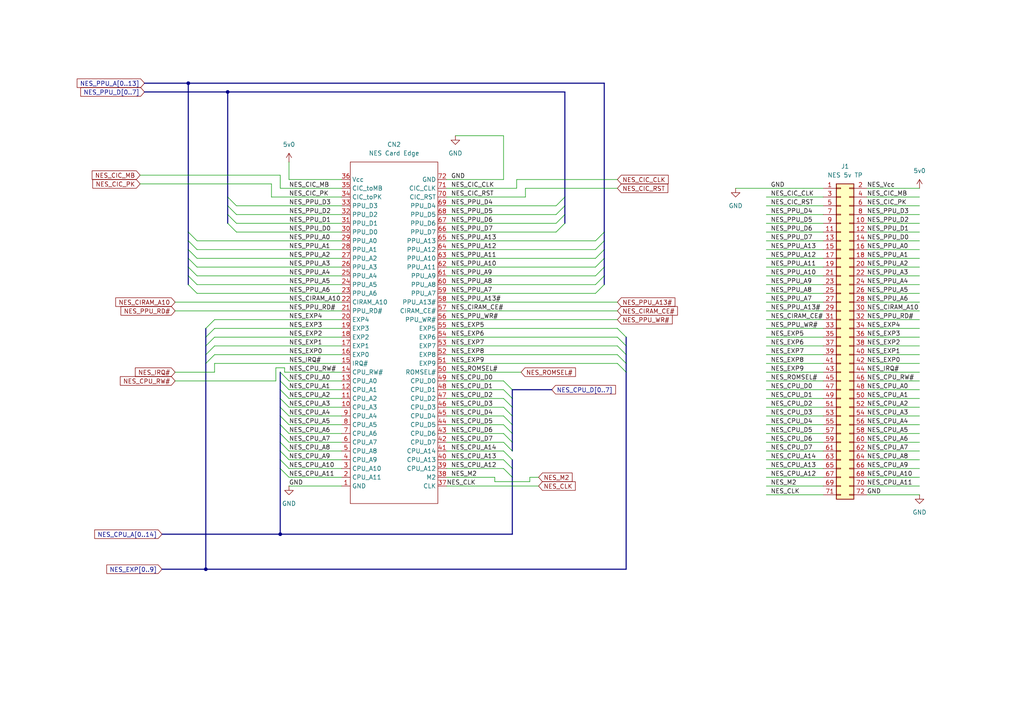
<source format=kicad_sch>
(kicad_sch (version 20231120) (generator "eeschema") (generator_version "8.0")
  (paper "A4")
  (lib_symbols
    (symbol "Connector_Generic:Conn_02x36_Odd_Even" (pin_names (offset 1.016) hide)
      (property "Reference" "J" (at 1.27 45.72 0))
      (property "Value" "Conn_02x36_Odd_Even" (at 1.27 -48.26 0))
      (symbol "Conn_02x36_Odd_Even_1_1"
        (rectangle (start -1.27 -45.593) (end 0 -45.847) (stroke (width 0.1524)))
        (rectangle (start -1.27 -43.053) (end 0 -43.307) (stroke (width 0.1524)))
        (rectangle (start -1.27 -40.513) (end 0 -40.767) (stroke (width 0.1524)))
        (rectangle (start -1.27 -37.973) (end 0 -38.227) (stroke (width 0.1524)))
        (rectangle (start -1.27 -35.433) (end 0 -35.687) (stroke (width 0.1524)))
        (rectangle (start -1.27 -32.893) (end 0 -33.147) (stroke (width 0.1524)))
        (rectangle (start -1.27 -30.353) (end 0 -30.607) (stroke (width 0.1524)))
        (rectangle (start -1.27 -27.813) (end 0 -28.067) (stroke (width 0.1524)))
        (rectangle (start -1.27 -25.273) (end 0 -25.527) (stroke (width 0.1524)))
        (rectangle (start -1.27 -22.733) (end 0 -22.987) (stroke (width 0.1524)))
        (rectangle (start -1.27 -20.193) (end 0 -20.447) (stroke (width 0.1524)))
        (rectangle (start -1.27 -17.653) (end 0 -17.907) (stroke (width 0.1524)))
        (rectangle (start -1.27 -15.113) (end 0 -15.367) (stroke (width 0.1524)))
        (rectangle (start -1.27 -12.573) (end 0 -12.827) (stroke (width 0.1524)))
        (rectangle (start -1.27 -10.033) (end 0 -10.287) (stroke (width 0.1524)))
        (rectangle (start -1.27 -7.493) (end 0 -7.747) (stroke (width 0.1524)))
        (rectangle (start -1.27 -4.953) (end 0 -5.207) (stroke (width 0.1524)))
        (rectangle (start -1.27 -2.413) (end 0 -2.667) (stroke (width 0.1524)))
        (rectangle (start -1.27 0.127) (end 0 -0.127) (stroke (width 0.1524)))
        (rectangle (start -1.27 2.667) (end 0 2.413) (stroke (width 0.1524)))
        (rectangle (start -1.27 5.207) (end 0 4.953) (stroke (width 0.1524)))
        (rectangle (start -1.27 7.747) (end 0 7.493) (stroke (width 0.1524)))
        (rectangle (start -1.27 10.287) (end 0 10.033) (stroke (width 0.1524)))
        (rectangle (start -1.27 12.827) (end 0 12.573) (stroke (width 0.1524)))
        (rectangle (start -1.27 15.367) (end 0 15.113) (stroke (width 0.1524)))
        (rectangle (start -1.27 17.907) (end 0 17.653) (stroke (width 0.1524)))
        (rectangle (start -1.27 20.447) (end 0 20.193) (stroke (width 0.1524)))
        (rectangle (start -1.27 22.987) (end 0 22.733) (stroke (width 0.1524)))
        (rectangle (start -1.27 25.527) (end 0 25.273) (stroke (width 0.1524)))
        (rectangle (start -1.27 28.067) (end 0 27.813) (stroke (width 0.1524)))
        (rectangle (start -1.27 30.607) (end 0 30.353) (stroke (width 0.1524)))
        (rectangle (start -1.27 33.147) (end 0 32.893) (stroke (width 0.1524)))
        (rectangle (start -1.27 35.687) (end 0 35.433) (stroke (width 0.1524)))
        (rectangle (start -1.27 38.227) (end 0 37.973) (stroke (width 0.1524)))
        (rectangle (start -1.27 40.767) (end 0 40.513) (stroke (width 0.1524)))
        (rectangle (start -1.27 43.307) (end 0 43.053) (stroke (width 0.1524)))
        (rectangle (start -1.27 44.45) (end 3.81 -46.99) (stroke (width 0.254)) (fill (type background)))
        (rectangle (start 3.81 -45.593) (end 2.54 -45.847) (stroke (width 0.1524)))
        (rectangle (start 3.81 -43.053) (end 2.54 -43.307) (stroke (width 0.1524)))
        (rectangle (start 3.81 -40.513) (end 2.54 -40.767) (stroke (width 0.1524)))
        (rectangle (start 3.81 -37.973) (end 2.54 -38.227) (stroke (width 0.1524)))
        (rectangle (start 3.81 -35.433) (end 2.54 -35.687) (stroke (width 0.1524)))
        (rectangle (start 3.81 -32.893) (end 2.54 -33.147) (stroke (width 0.1524)))
        (rectangle (start 3.81 -30.353) (end 2.54 -30.607) (stroke (width 0.1524)))
        (rectangle (start 3.81 -27.813) (end 2.54 -28.067) (stroke (width 0.1524)))
        (rectangle (start 3.81 -25.273) (end 2.54 -25.527) (stroke (width 0.1524)))
        (rectangle (start 3.81 -22.733) (end 2.54 -22.987) (stroke (width 0.1524)))
        (rectangle (start 3.81 -20.193) (end 2.54 -20.447) (stroke (width 0.1524)))
        (rectangle (start 3.81 -17.653) (end 2.54 -17.907) (stroke (width 0.1524)))
        (rectangle (start 3.81 -15.113) (end 2.54 -15.367) (stroke (width 0.1524)))
        (rectangle (start 3.81 -12.573) (end 2.54 -12.827) (stroke (width 0.1524)))
        (rectangle (start 3.81 -10.033) (end 2.54 -10.287) (stroke (width 0.1524)))
        (rectangle (start 3.81 -7.493) (end 2.54 -7.747) (stroke (width 0.1524)))
        (rectangle (start 3.81 -4.953) (end 2.54 -5.207) (stroke (width 0.1524)))
        (rectangle (start 3.81 -2.413) (end 2.54 -2.667) (stroke (width 0.1524)))
        (rectangle (start 3.81 0.127) (end 2.54 -0.127) (stroke (width 0.1524)))
        (rectangle (start 3.81 2.667) (end 2.54 2.413) (stroke (width 0.1524)))
        (rectangle (start 3.81 5.207) (end 2.54 4.953) (stroke (width 0.1524)))
        (rectangle (start 3.81 7.747) (end 2.54 7.493) (stroke (width 0.1524)))
        (rectangle (start 3.81 10.287) (end 2.54 10.033) (stroke (width 0.1524)))
        (rectangle (start 3.81 12.827) (end 2.54 12.573) (stroke (width 0.1524)))
        (rectangle (start 3.81 15.367) (end 2.54 15.113) (stroke (width 0.1524)))
        (rectangle (start 3.81 17.907) (end 2.54 17.653) (stroke (width 0.1524)))
        (rectangle (start 3.81 20.447) (end 2.54 20.193) (stroke (width 0.1524)))
        (rectangle (start 3.81 22.987) (end 2.54 22.733) (stroke (width 0.1524)))
        (rectangle (start 3.81 25.527) (end 2.54 25.273) (stroke (width 0.1524)))
        (rectangle (start 3.81 28.067) (end 2.54 27.813) (stroke (width 0.1524)))
        (rectangle (start 3.81 30.607) (end 2.54 30.353) (stroke (width 0.1524)))
        (rectangle (start 3.81 33.147) (end 2.54 32.893) (stroke (width 0.1524)))
        (rectangle (start 3.81 35.687) (end 2.54 35.433) (stroke (width 0.1524)))
        (rectangle (start 3.81 38.227) (end 2.54 37.973) (stroke (width 0.1524)))
        (rectangle (start 3.81 40.767) (end 2.54 40.513) (stroke (width 0.1524)))
        (rectangle (start 3.81 43.307) (end 2.54 43.053) (stroke (width 0.1524)))
        (pin passive line (at -5.08 43.18 0) (length 3.81) (name "Pin_1") (number "1"))
        (pin passive line (at 7.62 33.02 180) (length 3.81) (name "Pin_10") (number "10"))
        (pin passive line (at -5.08 30.48 0) (length 3.81) (name "Pin_11") (number "11"))
        (pin passive line (at 7.62 30.48 180) (length 3.81) (name "Pin_12") (number "12"))
        (pin passive line (at -5.08 27.94 0) (length 3.81) (name "Pin_13") (number "13"))
        (pin passive line (at 7.62 27.94 180) (length 3.81) (name "Pin_14") (number "14"))
        (pin passive line (at -5.08 25.4 0) (length 3.81) (name "Pin_15") (number "15"))
        (pin passive line (at 7.62 25.4 180) (length 3.81) (name "Pin_16") (number "16"))
        (pin passive line (at -5.08 22.86 0) (length 3.81) (name "Pin_17") (number "17"))
        (pin passive line (at 7.62 22.86 180) (length 3.81) (name "Pin_18") (number "18"))
        (pin passive line (at -5.08 20.32 0) (length 3.81) (name "Pin_19") (number "19"))
        (pin passive line (at 7.62 43.18 180) (length 3.81) (name "Pin_2") (number "2"))
        (pin passive line (at 7.62 20.32 180) (length 3.81) (name "Pin_20") (number "20"))
        (pin passive line (at -5.08 17.78 0) (length 3.81) (name "Pin_21") (number "21"))
        (pin passive line (at 7.62 17.78 180) (length 3.81) (name "Pin_22") (number "22"))
        (pin passive line (at -5.08 15.24 0) (length 3.81) (name "Pin_23") (number "23"))
        (pin passive line (at 7.62 15.24 180) (length 3.81) (name "Pin_24") (number "24"))
        (pin passive line (at -5.08 12.7 0) (length 3.81) (name "Pin_25") (number "25"))
        (pin passive line (at 7.62 12.7 180) (length 3.81) (name "Pin_26") (number "26"))
        (pin passive line (at -5.08 10.16 0) (length 3.81) (name "Pin_27") (number "27"))
        (pin passive line (at 7.62 10.16 180) (length 3.81) (name "Pin_28") (number "28"))
        (pin passive line (at -5.08 7.62 0) (length 3.81) (name "Pin_29") (number "29"))
        (pin passive line (at -5.08 40.64 0) (length 3.81) (name "Pin_3") (number "3"))
        (pin passive line (at 7.62 7.62 180) (length 3.81) (name "Pin_30") (number "30"))
        (pin passive line (at -5.08 5.08 0) (length 3.81) (name "Pin_31") (number "31"))
        (pin passive line (at 7.62 5.08 180) (length 3.81) (name "Pin_32") (number "32"))
        (pin passive line (at -5.08 2.54 0) (length 3.81) (name "Pin_33") (number "33"))
        (pin passive line (at 7.62 2.54 180) (length 3.81) (name "Pin_34") (number "34"))
        (pin passive line (at -5.08 0 0) (length 3.81) (name "Pin_35") (number "35"))
        (pin passive line (at 7.62 0 180) (length 3.81) (name "Pin_36") (number "36"))
        (pin passive line (at -5.08 -2.54 0) (length 3.81) (name "Pin_37") (number "37"))
        (pin passive line (at 7.62 -2.54 180) (length 3.81) (name "Pin_38") (number "38"))
        (pin passive line (at -5.08 -5.08 0) (length 3.81) (name "Pin_39") (number "39"))
        (pin passive line (at 7.62 40.64 180) (length 3.81) (name "Pin_4") (number "4"))
        (pin passive line (at 7.62 -5.08 180) (length 3.81) (name "Pin_40") (number "40"))
        (pin passive line (at -5.08 -7.62 0) (length 3.81) (name "Pin_41") (number "41"))
        (pin passive line (at 7.62 -7.62 180) (length 3.81) (name "Pin_42") (number "42"))
        (pin passive line (at -5.08 -10.16 0) (length 3.81) (name "Pin_43") (number "43"))
        (pin passive line (at 7.62 -10.16 180) (length 3.81) (name "Pin_44") (number "44"))
        (pin passive line (at -5.08 -12.7 0) (length 3.81) (name "Pin_45") (number "45"))
        (pin passive line (at 7.62 -12.7 180) (length 3.81) (name "Pin_46") (number "46"))
        (pin passive line (at -5.08 -15.24 0) (length 3.81) (name "Pin_47") (number "47"))
        (pin passive line (at 7.62 -15.24 180) (length 3.81) (name "Pin_48") (number "48"))
        (pin passive line (at -5.08 -17.78 0) (length 3.81) (name "Pin_49") (number "49"))
        (pin passive line (at -5.08 38.1 0) (length 3.81) (name "Pin_5") (number "5"))
        (pin passive line (at 7.62 -17.78 180) (length 3.81) (name "Pin_50") (number "50"))
        (pin passive line (at -5.08 -20.32 0) (length 3.81) (name "Pin_51") (number "51"))
        (pin passive line (at 7.62 -20.32 180) (length 3.81) (name "Pin_52") (number "52"))
        (pin passive line (at -5.08 -22.86 0) (length 3.81) (name "Pin_53") (number "53"))
        (pin passive line (at 7.62 -22.86 180) (length 3.81) (name "Pin_54") (number "54"))
        (pin passive line (at -5.08 -25.4 0) (length 3.81) (name "Pin_55") (number "55"))
        (pin passive line (at 7.62 -25.4 180) (length 3.81) (name "Pin_56") (number "56"))
        (pin passive line (at -5.08 -27.94 0) (length 3.81) (name "Pin_57") (number "57"))
        (pin passive line (at 7.62 -27.94 180) (length 3.81) (name "Pin_58") (number "58"))
        (pin passive line (at -5.08 -30.48 0) (length 3.81) (name "Pin_59") (number "59"))
        (pin passive line (at 7.62 38.1 180) (length 3.81) (name "Pin_6") (number "6"))
        (pin passive line (at 7.62 -30.48 180) (length 3.81) (name "Pin_60") (number "60"))
        (pin passive line (at -5.08 -33.02 0) (length 3.81) (name "Pin_61") (number "61"))
        (pin passive line (at 7.62 -33.02 180) (length 3.81) (name "Pin_62") (number "62"))
        (pin passive line (at -5.08 -35.56 0) (length 3.81) (name "Pin_63") (number "63"))
        (pin passive line (at 7.62 -35.56 180) (length 3.81) (name "Pin_64") (number "64"))
        (pin passive line (at -5.08 -38.1 0) (length 3.81) (name "Pin_65") (number "65"))
        (pin passive line (at 7.62 -38.1 180) (length 3.81) (name "Pin_66") (number "66"))
        (pin passive line (at -5.08 -40.64 0) (length 3.81) (name "Pin_67") (number "67"))
        (pin passive line (at 7.62 -40.64 180) (length 3.81) (name "Pin_68") (number "68"))
        (pin passive line (at -5.08 -43.18 0) (length 3.81) (name "Pin_69") (number "69"))
        (pin passive line (at -5.08 35.56 0) (length 3.81) (name "Pin_7") (number "7"))
        (pin passive line (at 7.62 -43.18 180) (length 3.81) (name "Pin_70") (number "70"))
        (pin passive line (at -5.08 -45.72 0) (length 3.81) (name "Pin_71") (number "71"))
        (pin passive line (at 7.62 -45.72 180) (length 3.81) (name "Pin_72") (number "72"))
        (pin passive line (at 7.62 35.56 180) (length 3.81) (name "Pin_8") (number "8"))
        (pin passive line (at -5.08 33.02 0) (length 3.81) (name "Pin_9") (number "9"))
      )
    )
    (symbol "Personal_Library:NES_Card_Edge"
      (property "Reference" "CN" (at -0.254 52.324 0))
      (property "Value" "NES Card Edge" (at 0.254 49.276 0))
      (symbol "NES_Card_Edge_0_1"
        (rectangle (start -12.7 50.8) (end 12.7 -48.26))
      )
      (symbol "NES_Card_Edge_1_1"
        (pin power_out line (at -15.24 -43.18 0) (length 2.54) (name "GND") (number "1"))
        (pin output line (at -15.24 -20.32 0) (length 2.54) (name "CPU_A3") (number "10"))
        (pin output line (at -15.24 -17.78 0) (length 2.54) (name "CPU_A2") (number "11"))
        (pin output line (at -15.24 -15.24 0) (length 2.54) (name "CPU_A1") (number "12"))
        (pin output line (at -15.24 -12.7 0) (length 2.54) (name "CPU_A0") (number "13"))
        (pin output line (at -15.24 -10.16 0) (length 2.54) (name "CPU_RW#") (number "14"))
        (pin input line (at -15.24 -7.62 0) (length 2.54) (name "IRQ#") (number "15"))
        (pin bidirectional line (at -15.24 -5.08 0) (length 2.54) (name "EXP0") (number "16"))
        (pin bidirectional line (at -15.24 -2.54 0) (length 2.54) (name "EXP1") (number "17"))
        (pin bidirectional line (at -15.24 0 0) (length 2.54) (name "EXP2") (number "18"))
        (pin bidirectional line (at -15.24 2.54 0) (length 2.54) (name "EXP3") (number "19"))
        (pin output line (at -15.24 -40.64 0) (length 2.54) (name "CPU_A11") (number "2"))
        (pin bidirectional line (at -15.24 5.08 0) (length 2.54) (name "EXP4") (number "20"))
        (pin output line (at -15.24 7.62 0) (length 2.54) (name "PPU_RD#") (number "21"))
        (pin input line (at -15.24 10.16 0) (length 2.54) (name "CIRAM_A10") (number "22"))
        (pin output line (at -15.24 12.7 0) (length 2.54) (name "PPU_A6") (number "23"))
        (pin output line (at -15.24 15.24 0) (length 2.54) (name "PPU_A5") (number "24"))
        (pin output line (at -15.24 17.78 0) (length 2.54) (name "PPU_A4") (number "25"))
        (pin output line (at -15.24 20.32 0) (length 2.54) (name "PPU_A3") (number "26"))
        (pin output line (at -15.24 22.86 0) (length 2.54) (name "PPU_A2") (number "27"))
        (pin output line (at -15.24 25.4 0) (length 2.54) (name "PPU_A1") (number "28"))
        (pin output line (at -15.24 27.94 0) (length 2.54) (name "PPU_A0") (number "29"))
        (pin output line (at -15.24 -38.1 0) (length 2.54) (name "CPU_A10") (number "3"))
        (pin bidirectional line (at -15.24 30.48 0) (length 2.54) (name "PPU_D0") (number "30"))
        (pin bidirectional line (at -15.24 33.02 0) (length 2.54) (name "PPU_D1") (number "31"))
        (pin bidirectional line (at -15.24 35.56 0) (length 2.54) (name "PPU_D2") (number "32"))
        (pin bidirectional line (at -15.24 38.1 0) (length 2.54) (name "PPU_D3") (number "33"))
        (pin output line (at -15.24 40.64 0) (length 2.54) (name "CIC_toPK") (number "34"))
        (pin input line (at -15.24 43.18 0) (length 2.54) (name "CIC_toMB") (number "35"))
        (pin power_out line (at -15.24 45.72 0) (length 2.54) (name "Vcc") (number "36"))
        (pin output line (at 15.24 -43.18 180) (length 2.54) (name "CLK") (number "37"))
        (pin output line (at 15.24 -40.64 180) (length 2.54) (name "M2") (number "38"))
        (pin output line (at 15.24 -38.1 180) (length 2.54) (name "CPU_A12") (number "39"))
        (pin output line (at -15.24 -35.56 0) (length 2.54) (name "CPU_A9") (number "4"))
        (pin output line (at 15.24 -35.56 180) (length 2.54) (name "CPU_A13") (number "40"))
        (pin output line (at 15.24 -33.02 180) (length 2.54) (name "CPU_A14") (number "41"))
        (pin bidirectional line (at 15.24 -30.48 180) (length 2.54) (name "CPU_D7") (number "42"))
        (pin bidirectional line (at 15.24 -27.94 180) (length 2.54) (name "CPU_D6") (number "43"))
        (pin bidirectional line (at 15.24 -25.4 180) (length 2.54) (name "CPU_D5") (number "44"))
        (pin bidirectional line (at 15.24 -22.86 180) (length 2.54) (name "CPU_D4") (number "45"))
        (pin bidirectional line (at 15.24 -20.32 180) (length 2.54) (name "CPU_D3") (number "46"))
        (pin bidirectional line (at 15.24 -17.78 180) (length 2.54) (name "CPU_D2") (number "47"))
        (pin bidirectional line (at 15.24 -15.24 180) (length 2.54) (name "CPU_D1") (number "48"))
        (pin bidirectional line (at 15.24 -12.7 180) (length 2.54) (name "CPU_D0") (number "49"))
        (pin output line (at -15.24 -33.02 0) (length 2.54) (name "CPU_A8") (number "5"))
        (pin output line (at 15.24 -10.16 180) (length 2.54) (name "ROMSEL#") (number "50"))
        (pin bidirectional line (at 15.24 -7.62 180) (length 2.54) (name "EXP9") (number "51"))
        (pin bidirectional line (at 15.24 -5.08 180) (length 2.54) (name "EXP8") (number "52"))
        (pin bidirectional line (at 15.24 -2.54 180) (length 2.54) (name "EXP7") (number "53"))
        (pin bidirectional line (at 15.24 0 180) (length 2.54) (name "EXP6") (number "54"))
        (pin bidirectional line (at 15.24 2.54 180) (length 2.54) (name "EXP5") (number "55"))
        (pin output line (at 15.24 5.08 180) (length 2.54) (name "PPU_WR#") (number "56"))
        (pin output line (at 15.24 7.62 180) (length 2.54) (name "CIRAM_CE#") (number "57"))
        (pin output line (at 15.24 10.16 180) (length 2.54) (name "PPU_A13#") (number "58"))
        (pin output line (at 15.24 12.7 180) (length 2.54) (name "PPU_A7") (number "59"))
        (pin output line (at -15.24 -30.48 0) (length 2.54) (name "CPU_A7") (number "6"))
        (pin output line (at 15.24 15.24 180) (length 2.54) (name "PPU_A8") (number "60"))
        (pin output line (at 15.24 17.78 180) (length 2.54) (name "PPU_A9") (number "61"))
        (pin output line (at 15.24 20.32 180) (length 2.54) (name "PPU_A11") (number "62"))
        (pin output line (at 15.24 22.86 180) (length 2.54) (name "PPU_A10") (number "63"))
        (pin output line (at 15.24 25.4 180) (length 2.54) (name "PPU_A12") (number "64"))
        (pin output line (at 15.24 27.94 180) (length 2.54) (name "PPU_A13") (number "65"))
        (pin bidirectional line (at 15.24 30.48 180) (length 2.54) (name "PPU_D7") (number "66"))
        (pin bidirectional line (at 15.24 33.02 180) (length 2.54) (name "PPU_D6") (number "67"))
        (pin bidirectional line (at 15.24 35.56 180) (length 2.54) (name "PPU_D5") (number "68"))
        (pin bidirectional line (at 15.24 38.1 180) (length 2.54) (name "PPU_D4") (number "69"))
        (pin output line (at -15.24 -27.94 0) (length 2.54) (name "CPU_A6") (number "7"))
        (pin output line (at 15.24 40.64 180) (length 2.54) (name "CIC_RST") (number "70"))
        (pin output line (at 15.24 43.18 180) (length 2.54) (name "CIC_CLK") (number "71"))
        (pin power_out line (at 15.24 45.72 180) (length 2.54) (name "GND") (number "72"))
        (pin output line (at -15.24 -25.4 0) (length 2.54) (name "CPU_A5") (number "8"))
        (pin output line (at -15.24 -22.86 0) (length 2.54) (name "CPU_A4") (number "9"))
      )
    )
    (symbol "power:GND" (power) (pin_numbers hide) (pin_names (offset 0) hide)
      (property "Value" "GND" (at 0 -3.81 0))
      (symbol "GND_0_1"
        (polyline (pts (xy 0 0) (xy 0 -1.27) (xy 1.27 -1.27) (xy 0 -2.54) (xy -1.27 -1.27) (xy 0 -1.27)))
      )
      (symbol "GND_1_1"
        (pin power_in line (at 0 0 270) (length 0) (name "~") (number "1"))
      )
    )
    (symbol "power:VCC" (power) (pin_numbers hide) (pin_names (offset 0) hide)
      (property "Value" "VCC" (at 0 3.556 0))
      (symbol "VCC_0_1"
        (polyline (pts (xy -0.762 1.27) (xy 0 2.54)))
        (polyline (pts (xy 0 0) (xy 0 2.54)))
        (polyline (pts (xy 0 2.54) (xy 0.762 1.27)))
      )
      (symbol "VCC_1_1"
        (pin power_in line (at 0 0 90) (length 0) (name "~") (number "1"))
      )
    )
  )
  (junction (at 81.28 154.94))
  (junction (at 66.04 26.67))
  (junction (at 59.69 165.1))
  (junction (at 54.61 24.13))
  (bus_entry (at 181.61 102.87) (size -2.54 -2.54))
  (bus_entry (at 66.04 57.15) (size 2.54 2.54))
  (bus_entry (at 81.28 118.11) (size 2.54 2.54))
  (bus_entry (at 81.28 128.27) (size 2.54 2.54))
  (bus_entry (at 81.28 125.73) (size 2.54 2.54))
  (bus_entry (at 161.29 67.31) (size 2.54 -2.54))
  (bus_entry (at 146.05 130.81) (size 2.54 2.54))
  (bus_entry (at 81.28 123.19) (size 2.54 2.54))
  (bus_entry (at 146.05 125.73) (size 2.54 2.54))
  (bus_entry (at 81.28 130.81) (size 2.54 2.54))
  (bus_entry (at 172.72 85.09) (size 2.54 -2.54))
  (bus_entry (at 81.28 107.95) (size 2.54 2.54))
  (bus_entry (at 161.29 64.77) (size 2.54 -2.54))
  (bus_entry (at 181.61 107.95) (size -2.54 -2.54))
  (bus_entry (at 181.61 105.41) (size -2.54 -2.54))
  (bus_entry (at 172.72 77.47) (size 2.54 -2.54))
  (bus_entry (at 59.69 105.41) (size 2.54 -2.54))
  (bus_entry (at 59.69 97.79) (size 2.54 -2.54))
  (bus_entry (at 54.61 80.01) (size 2.54 2.54))
  (bus_entry (at 146.05 115.57) (size 2.54 2.54))
  (bus_entry (at 146.05 110.49) (size 2.54 2.54))
  (bus_entry (at 181.61 100.33) (size -2.54 -2.54))
  (bus_entry (at 81.28 135.89) (size 2.54 2.54))
  (bus_entry (at 59.69 95.25) (size 2.54 -2.54))
  (bus_entry (at 172.72 72.39) (size 2.54 -2.54))
  (bus_entry (at 172.72 82.55) (size 2.54 -2.54))
  (bus_entry (at 146.05 133.35) (size 2.54 2.54))
  (bus_entry (at 54.61 82.55) (size 2.54 2.54))
  (bus_entry (at 66.04 62.23) (size 2.54 2.54))
  (bus_entry (at 54.61 69.85) (size 2.54 2.54))
  (bus_entry (at 54.61 77.47) (size 2.54 2.54))
  (bus_entry (at 54.61 67.31) (size 2.54 2.54))
  (bus_entry (at 146.05 135.89) (size 2.54 2.54))
  (bus_entry (at 66.04 59.69) (size 2.54 2.54))
  (bus_entry (at 172.72 80.01) (size 2.54 -2.54))
  (bus_entry (at 146.05 128.27) (size 2.54 2.54))
  (bus_entry (at 81.28 113.03) (size 2.54 2.54))
  (bus_entry (at 59.69 102.87) (size 2.54 -2.54))
  (bus_entry (at 54.61 74.93) (size 2.54 2.54))
  (bus_entry (at 161.29 62.23) (size 2.54 -2.54))
  (bus_entry (at 81.28 133.35) (size 2.54 2.54))
  (bus_entry (at 81.28 120.65) (size 2.54 2.54))
  (bus_entry (at 146.05 113.03) (size 2.54 2.54))
  (bus_entry (at 59.69 100.33) (size 2.54 -2.54))
  (bus_entry (at 146.05 118.11) (size 2.54 2.54))
  (bus_entry (at 172.72 69.85) (size 2.54 -2.54))
  (bus_entry (at 81.28 110.49) (size 2.54 2.54))
  (bus_entry (at 81.28 115.57) (size 2.54 2.54))
  (bus_entry (at 172.72 74.93) (size 2.54 -2.54))
  (bus_entry (at 181.61 97.79) (size -2.54 -2.54))
  (bus_entry (at 54.61 72.39) (size 2.54 2.54))
  (bus_entry (at 161.29 59.69) (size 2.54 -2.54))
  (bus_entry (at 66.04 64.77) (size 2.54 2.54))
  (bus_entry (at 146.05 120.65) (size 2.54 2.54))
  (bus_entry (at 146.05 123.19) (size 2.54 2.54))
  (wire (pts (xy 83.82 110.49) (xy 99.06 110.49)))
  (bus (pts (xy 81.28 115.57) (xy 81.28 113.03)))
  (wire (pts (xy 251.46 102.87) (xy 266.7 102.87)))
  (bus (pts (xy 59.69 105.41) (xy 59.69 165.1)))
  (wire (pts (xy 83.82 52.07) (xy 99.06 52.07)))
  (bus (pts (xy 181.61 102.87) (xy 181.61 105.41)))
  (wire (pts (xy 251.46 80.01) (xy 266.7 80.01)))
  (wire (pts (xy 50.8 90.17) (xy 99.06 90.17)))
  (wire (pts (xy 57.15 85.09) (xy 99.06 85.09)))
  (wire (pts (xy 83.82 46.99) (xy 83.82 52.07)))
  (wire (pts (xy 143.51 139.7) (xy 153.67 139.7)))
  (wire (pts (xy 222.25 59.69) (xy 238.76 59.69)))
  (wire (pts (xy 222.25 62.23) (xy 238.76 62.23)))
  (wire (pts (xy 251.46 140.97) (xy 266.7 140.97)))
  (wire (pts (xy 62.23 107.95) (xy 62.23 105.41)))
  (bus (pts (xy 59.69 97.79) (xy 59.69 100.33)))
  (bus (pts (xy 163.83 59.69) (xy 163.83 57.15)))
  (wire (pts (xy 251.46 113.03) (xy 266.7 113.03)))
  (wire (pts (xy 251.46 143.51) (xy 266.7 143.51)))
  (wire (pts (xy 57.15 82.55) (xy 99.06 82.55)))
  (wire (pts (xy 222.25 95.25) (xy 238.76 95.25)))
  (wire (pts (xy 222.25 102.87) (xy 238.76 102.87)))
  (wire (pts (xy 129.54 115.57) (xy 146.05 115.57)))
  (wire (pts (xy 82.55 107.95) (xy 99.06 107.95)))
  (bus (pts (xy 46.99 165.1) (xy 59.69 165.1)))
  (wire (pts (xy 251.46 64.77) (xy 266.7 64.77)))
  (wire (pts (xy 129.54 64.77) (xy 161.29 64.77)))
  (wire (pts (xy 80.01 106.68) (xy 80.01 110.49)))
  (bus (pts (xy 66.04 59.69) (xy 66.04 62.23)))
  (wire (pts (xy 62.23 97.79) (xy 99.06 97.79)))
  (wire (pts (xy 251.46 74.93) (xy 266.7 74.93)))
  (wire (pts (xy 146.05 39.37) (xy 132.08 39.37)))
  (bus (pts (xy 181.61 107.95) (xy 181.61 165.1)))
  (bus (pts (xy 59.69 95.25) (xy 59.69 97.79)))
  (wire (pts (xy 222.25 74.93) (xy 238.76 74.93)))
  (wire (pts (xy 50.8 107.95) (xy 62.23 107.95)))
  (bus (pts (xy 81.28 113.03) (xy 81.28 110.49)))
  (wire (pts (xy 251.46 77.47) (xy 266.7 77.47)))
  (wire (pts (xy 222.25 133.35) (xy 238.76 133.35)))
  (wire (pts (xy 83.82 130.81) (xy 99.06 130.81)))
  (wire (pts (xy 251.46 97.79) (xy 266.7 97.79)))
  (wire (pts (xy 222.25 90.17) (xy 238.76 90.17)))
  (wire (pts (xy 251.46 125.73) (xy 266.7 125.73)))
  (bus (pts (xy 81.28 128.27) (xy 81.28 125.73)))
  (wire (pts (xy 222.25 123.19) (xy 238.76 123.19)))
  (wire (pts (xy 129.54 67.31) (xy 161.29 67.31)))
  (wire (pts (xy 129.54 120.65) (xy 146.05 120.65)))
  (bus (pts (xy 81.28 118.11) (xy 81.28 115.57)))
  (wire (pts (xy 251.46 133.35) (xy 266.7 133.35)))
  (bus (pts (xy 81.28 135.89) (xy 81.28 133.35)))
  (bus (pts (xy 148.59 113.03) (xy 160.02 113.03)))
  (wire (pts (xy 129.54 138.43) (xy 143.51 138.43)))
  (bus (pts (xy 148.59 138.43) (xy 148.59 154.94)))
  (wire (pts (xy 129.54 74.93) (xy 172.72 74.93)))
  (wire (pts (xy 129.54 102.87) (xy 179.07 102.87)))
  (wire (pts (xy 129.54 72.39) (xy 172.72 72.39)))
  (wire (pts (xy 129.54 59.69) (xy 161.29 59.69)))
  (wire (pts (xy 222.25 100.33) (xy 238.76 100.33)))
  (bus (pts (xy 81.28 130.81) (xy 81.28 128.27)))
  (wire (pts (xy 222.25 67.31) (xy 238.76 67.31)))
  (wire (pts (xy 129.54 100.33) (xy 179.07 100.33)))
  (wire (pts (xy 129.54 82.55) (xy 172.72 82.55)))
  (wire (pts (xy 222.25 97.79) (xy 238.76 97.79)))
  (wire (pts (xy 40.64 50.8) (xy 81.28 50.8)))
  (wire (pts (xy 81.28 54.61) (xy 99.06 54.61)))
  (wire (pts (xy 129.54 54.61) (xy 149.86 54.61)))
  (bus (pts (xy 81.28 133.35) (xy 81.28 130.81)))
  (wire (pts (xy 251.46 85.09) (xy 266.7 85.09)))
  (wire (pts (xy 129.54 125.73) (xy 146.05 125.73)))
  (wire (pts (xy 83.82 123.19) (xy 99.06 123.19)))
  (bus (pts (xy 175.26 67.31) (xy 175.26 24.13)))
  (wire (pts (xy 251.46 107.95) (xy 266.7 107.95)))
  (wire (pts (xy 62.23 102.87) (xy 99.06 102.87)))
  (wire (pts (xy 50.8 87.63) (xy 99.06 87.63)))
  (wire (pts (xy 251.46 135.89) (xy 266.7 135.89)))
  (bus (pts (xy 66.04 57.15) (xy 66.04 59.69)))
  (bus (pts (xy 66.04 26.67) (xy 66.04 57.15)))
  (wire (pts (xy 129.54 130.81) (xy 146.05 130.81)))
  (wire (pts (xy 83.82 140.97) (xy 99.06 140.97)))
  (wire (pts (xy 222.25 72.39) (xy 238.76 72.39)))
  (wire (pts (xy 222.25 69.85) (xy 238.76 69.85)))
  (wire (pts (xy 251.46 57.15) (xy 266.7 57.15)))
  (wire (pts (xy 62.23 92.71) (xy 99.06 92.71)))
  (wire (pts (xy 83.82 128.27) (xy 99.06 128.27)))
  (bus (pts (xy 41.91 24.13) (xy 54.61 24.13)))
  (wire (pts (xy 251.46 59.69) (xy 266.7 59.69)))
  (wire (pts (xy 153.67 138.43) (xy 156.21 138.43)))
  (wire (pts (xy 251.46 130.81) (xy 266.7 130.81)))
  (wire (pts (xy 222.25 64.77) (xy 238.76 64.77)))
  (wire (pts (xy 83.82 125.73) (xy 99.06 125.73)))
  (wire (pts (xy 222.25 135.89) (xy 238.76 135.89)))
  (wire (pts (xy 222.25 57.15) (xy 238.76 57.15)))
  (wire (pts (xy 129.54 123.19) (xy 146.05 123.19)))
  (wire (pts (xy 251.46 67.31) (xy 266.7 67.31)))
  (bus (pts (xy 148.59 135.89) (xy 148.59 138.43)))
  (wire (pts (xy 129.54 95.25) (xy 179.07 95.25)))
  (wire (pts (xy 143.51 138.43) (xy 143.51 139.7)))
  (wire (pts (xy 57.15 80.01) (xy 99.06 80.01)))
  (bus (pts (xy 66.04 62.23) (xy 66.04 64.77)))
  (wire (pts (xy 213.36 54.61) (xy 238.76 54.61)))
  (bus (pts (xy 175.26 72.39) (xy 175.26 69.85)))
  (wire (pts (xy 129.54 85.09) (xy 172.72 85.09)))
  (wire (pts (xy 83.82 120.65) (xy 99.06 120.65)))
  (wire (pts (xy 68.58 62.23) (xy 99.06 62.23)))
  (wire (pts (xy 129.54 57.15) (xy 152.4 57.15)))
  (wire (pts (xy 129.54 92.71) (xy 179.07 92.71)))
  (bus (pts (xy 148.59 118.11) (xy 148.59 115.57)))
  (bus (pts (xy 54.61 80.01) (xy 54.61 82.55)))
  (wire (pts (xy 62.23 95.25) (xy 99.06 95.25)))
  (wire (pts (xy 129.54 135.89) (xy 146.05 135.89)))
  (wire (pts (xy 129.54 52.07) (xy 146.05 52.07)))
  (wire (pts (xy 78.74 57.15) (xy 78.74 53.34)))
  (wire (pts (xy 251.46 138.43) (xy 266.7 138.43)))
  (wire (pts (xy 129.54 113.03) (xy 146.05 113.03)))
  (wire (pts (xy 222.25 110.49) (xy 238.76 110.49)))
  (bus (pts (xy 181.61 100.33) (xy 181.61 102.87)))
  (wire (pts (xy 222.25 77.47) (xy 238.76 77.47)))
  (wire (pts (xy 82.55 107.95) (xy 82.55 106.68)))
  (wire (pts (xy 83.82 138.43) (xy 99.06 138.43)))
  (wire (pts (xy 83.82 133.35) (xy 99.06 133.35)))
  (wire (pts (xy 81.28 54.61) (xy 81.28 50.8)))
  (bus (pts (xy 148.59 120.65) (xy 148.59 118.11)))
  (wire (pts (xy 251.46 69.85) (xy 266.7 69.85)))
  (wire (pts (xy 251.46 110.49) (xy 266.7 110.49)))
  (wire (pts (xy 251.46 82.55) (xy 266.7 82.55)))
  (wire (pts (xy 222.25 140.97) (xy 238.76 140.97)))
  (wire (pts (xy 222.25 80.01) (xy 238.76 80.01)))
  (wire (pts (xy 222.25 113.03) (xy 238.76 113.03)))
  (bus (pts (xy 59.69 165.1) (xy 181.61 165.1)))
  (bus (pts (xy 81.28 120.65) (xy 81.28 118.11)))
  (wire (pts (xy 251.46 92.71) (xy 266.7 92.71)))
  (wire (pts (xy 251.46 120.65) (xy 266.7 120.65)))
  (bus (pts (xy 41.91 26.67) (xy 66.04 26.67)))
  (wire (pts (xy 50.8 110.49) (xy 80.01 110.49)))
  (wire (pts (xy 222.25 143.51) (xy 238.76 143.51)))
  (bus (pts (xy 54.61 67.31) (xy 54.61 69.85)))
  (bus (pts (xy 148.59 128.27) (xy 148.59 125.73)))
  (wire (pts (xy 57.15 69.85) (xy 99.06 69.85)))
  (wire (pts (xy 222.25 115.57) (xy 238.76 115.57)))
  (wire (pts (xy 251.46 128.27) (xy 266.7 128.27)))
  (bus (pts (xy 148.59 154.94) (xy 81.28 154.94)))
  (wire (pts (xy 222.25 128.27) (xy 238.76 128.27)))
  (wire (pts (xy 129.54 133.35) (xy 146.05 133.35)))
  (wire (pts (xy 222.25 105.41) (xy 238.76 105.41)))
  (bus (pts (xy 54.61 69.85) (xy 54.61 72.39)))
  (bus (pts (xy 175.26 77.47) (xy 175.26 74.93)))
  (wire (pts (xy 68.58 67.31) (xy 99.06 67.31)))
  (wire (pts (xy 129.54 118.11) (xy 146.05 118.11)))
  (bus (pts (xy 163.83 57.15) (xy 163.83 26.67)))
  (bus (pts (xy 46.99 154.94) (xy 81.28 154.94)))
  (wire (pts (xy 152.4 57.15) (xy 152.4 54.61)))
  (wire (pts (xy 68.58 64.77) (xy 99.06 64.77)))
  (wire (pts (xy 68.58 59.69) (xy 99.06 59.69)))
  (wire (pts (xy 62.23 105.41) (xy 99.06 105.41)))
  (wire (pts (xy 40.64 53.34) (xy 78.74 53.34)))
  (wire (pts (xy 129.54 107.95) (xy 151.13 107.95)))
  (wire (pts (xy 83.82 135.89) (xy 99.06 135.89)))
  (wire (pts (xy 222.25 82.55) (xy 238.76 82.55)))
  (bus (pts (xy 148.59 115.57) (xy 148.59 113.03)))
  (wire (pts (xy 251.46 87.63) (xy 266.7 87.63)))
  (wire (pts (xy 83.82 115.57) (xy 99.06 115.57)))
  (wire (pts (xy 129.54 110.49) (xy 146.05 110.49)))
  (wire (pts (xy 251.46 105.41) (xy 266.7 105.41)))
  (wire (pts (xy 222.25 87.63) (xy 238.76 87.63)))
  (wire (pts (xy 251.46 54.61) (xy 266.7 54.61)))
  (wire (pts (xy 222.25 118.11) (xy 238.76 118.11)))
  (bus (pts (xy 81.28 110.49) (xy 81.28 107.95)))
  (wire (pts (xy 129.54 62.23) (xy 161.29 62.23)))
  (wire (pts (xy 129.54 80.01) (xy 172.72 80.01)))
  (wire (pts (xy 153.67 139.7) (xy 153.67 138.43)))
  (wire (pts (xy 251.46 72.39) (xy 266.7 72.39)))
  (wire (pts (xy 129.54 77.47) (xy 172.72 77.47)))
  (wire (pts (xy 222.25 125.73) (xy 238.76 125.73)))
  (bus (pts (xy 81.28 154.94) (xy 81.28 135.89)))
  (wire (pts (xy 146.05 52.07) (xy 146.05 39.37)))
  (bus (pts (xy 175.26 69.85) (xy 175.26 67.31)))
  (bus (pts (xy 181.61 97.79) (xy 181.61 100.33)))
  (wire (pts (xy 129.54 69.85) (xy 172.72 69.85)))
  (bus (pts (xy 54.61 77.47) (xy 54.61 80.01)))
  (wire (pts (xy 57.15 74.93) (xy 99.06 74.93)))
  (bus (pts (xy 148.59 125.73) (xy 148.59 123.19)))
  (wire (pts (xy 129.54 87.63) (xy 179.07 87.63)))
  (wire (pts (xy 251.46 95.25) (xy 266.7 95.25)))
  (bus (pts (xy 163.83 62.23) (xy 163.83 59.69)))
  (wire (pts (xy 149.86 54.61) (xy 149.86 52.07)))
  (bus (pts (xy 175.26 82.55) (xy 175.26 80.01)))
  (wire (pts (xy 83.82 113.03) (xy 99.06 113.03)))
  (wire (pts (xy 222.25 107.95) (xy 238.76 107.95)))
  (wire (pts (xy 251.46 118.11) (xy 266.7 118.11)))
  (bus (pts (xy 54.61 72.39) (xy 54.61 74.93)))
  (wire (pts (xy 57.15 72.39) (xy 99.06 72.39)))
  (wire (pts (xy 222.25 138.43) (xy 238.76 138.43)))
  (wire (pts (xy 129.54 90.17) (xy 179.07 90.17)))
  (wire (pts (xy 80.01 106.68) (xy 82.55 106.68)))
  (wire (pts (xy 129.54 128.27) (xy 146.05 128.27)))
  (wire (pts (xy 222.25 120.65) (xy 238.76 120.65)))
  (wire (pts (xy 149.86 52.07) (xy 179.07 52.07)))
  (wire (pts (xy 222.25 85.09) (xy 238.76 85.09)))
  (bus (pts (xy 81.28 123.19) (xy 81.28 120.65)))
  (wire (pts (xy 152.4 54.61) (xy 179.07 54.61)))
  (wire (pts (xy 222.25 130.81) (xy 238.76 130.81)))
  (wire (pts (xy 251.46 62.23) (xy 266.7 62.23)))
  (wire (pts (xy 78.74 57.15) (xy 99.06 57.15)))
  (wire (pts (xy 222.25 92.71) (xy 238.76 92.71)))
  (bus (pts (xy 54.61 74.93) (xy 54.61 77.47)))
  (bus (pts (xy 59.69 100.33) (xy 59.69 102.87)))
  (wire (pts (xy 129.54 97.79) (xy 179.07 97.79)))
  (bus (pts (xy 181.61 105.41) (xy 181.61 107.95)))
  (bus (pts (xy 81.28 125.73) (xy 81.28 123.19)))
  (bus (pts (xy 148.59 123.19) (xy 148.59 120.65)))
  (bus (pts (xy 59.69 102.87) (xy 59.69 105.41)))
  (wire (pts (xy 251.46 115.57) (xy 266.7 115.57)))
  (wire (pts (xy 62.23 100.33) (xy 99.06 100.33)))
  (bus (pts (xy 54.61 24.13) (xy 54.61 67.31)))
  (bus (pts (xy 148.59 130.81) (xy 148.59 128.27)))
  (wire (pts (xy 251.46 123.19) (xy 266.7 123.19)))
  (wire (pts (xy 251.46 100.33) (xy 266.7 100.33)))
  (bus (pts (xy 163.83 64.77) (xy 163.83 62.23)))
  (bus (pts (xy 175.26 74.93) (xy 175.26 72.39)))
  (bus (pts (xy 148.59 133.35) (xy 148.59 135.89)))
  (bus (pts (xy 175.26 80.01) (xy 175.26 77.47)))
  (wire (pts (xy 83.82 118.11) (xy 99.06 118.11)))
  (wire (pts (xy 57.15 77.47) (xy 99.06 77.47)))
  (bus (pts (xy 163.83 26.67) (xy 66.04 26.67)))
  (bus (pts (xy 175.26 24.13) (xy 54.61 24.13)))
  (wire (pts (xy 251.46 90.17) (xy 266.7 90.17)))
  (wire (pts (xy 129.54 140.97) (xy 156.21 140.97)))
  (wire (pts (xy 129.54 105.41) (xy 179.07 105.41)))
  (label "NES_EXP0" (at 251.46 105.41 0))
  (label "NES_PPU_WR#" (at 130.81 92.71 0))
  (label "NES_CPU_A2" (at 251.46 118.11 0))
  (label "NES_CIRAM_CE#" (at 130.81 90.17 0))
  (label "NES_PPU_D4" (at 223.52 62.23 0))
  (label "NES_PPU_A13" (at 130.81 69.85 0))
  (label "NES_ROMSEL#" (at 223.52 110.49 0))
  (label "NES_EXP3" (at 251.46 97.79 0))
  (label "NES_CPU_A12" (at 223.52 138.43 0))
  (label "NES_CPU_A9" (at 83.82 133.35 0))
  (label "NES_PPU_D0" (at 83.82 67.31 0))
  (label "NES_EXP1" (at 83.82 100.33 0))
  (label "NES_CPU_A14" (at 223.52 133.35 0))
  (label "NES_PPU_D1" (at 251.46 67.31 0))
  (label "NES_M2" (at 130.81 138.43 0))
  (label "NES_PPU_A7" (at 130.81 85.09 0))
  (label "NES_PPU_A1" (at 83.82 72.39 0))
  (label "NES_CPU_A2" (at 83.82 115.57 0))
  (label "NES_PPU_A13#" (at 130.81 87.63 0))
  (label "NES_PPU_A10" (at 130.81 77.47 0))
  (label "NES_PPU_A4" (at 251.46 82.55 0))
  (label "NES_PPU_D3" (at 83.82 59.69 0))
  (label "NES_CPU_RW#" (at 251.46 110.49 0))
  (label "NES_M2" (at 223.52 140.97 0))
  (label "NES_CPU_D0" (at 223.52 113.03 0))
  (label "NES_CPU_A1" (at 251.46 115.57 0))
  (label "NES_PPU_D7" (at 223.52 69.85 0))
  (label "NES_CPU_D6" (at 130.81 125.73 0))
  (label "NES_CPU_A1" (at 83.82 113.03 0))
  (label "NES_EXP8" (at 223.52 105.41 0))
  (label "NES_CPU_A5" (at 251.46 125.73 0))
  (label "GND" (at 223.52 54.61 0))
  (label "NES_CPU_A7" (at 83.82 128.27 0))
  (label "NES_PPU_RD#" (at 251.46 92.71 0))
  (label "NES_PPU_D7" (at 130.81 67.31 0))
  (label "NES_EXP5" (at 130.81 95.25 0))
  (label "NES_EXP9" (at 223.52 107.95 0))
  (label "NES_CPU_D7" (at 223.52 130.81 0))
  (label "NES_CPU_D5" (at 223.52 125.73 0))
  (label "NES_PPU_A6" (at 251.46 87.63 0))
  (label "NES_PPU_A8" (at 223.52 85.09 0))
  (label "NES_CPU_A8" (at 251.46 133.35 0))
  (label "NES_PPU_A0" (at 83.82 69.85 0))
  (label "NES_EXP2" (at 251.46 100.33 0))
  (label "NES_EXP2" (at 83.82 97.79 0))
  (label "NES_IRQ#" (at 251.46 107.95 0))
  (label "GND" (at 130.81 52.07 0))
  (label "NES_PPU_A1" (at 251.46 74.93 0))
  (label "NES_PPU_A12" (at 223.52 74.93 0))
  (label "NES_PPU_A6" (at 83.82 85.09 0))
  (label "NES_CIC_MB" (at 83.82 54.61 0))
  (label "NES_PPU_A0" (at 251.46 72.39 0))
  (label "NES_CLK" (at 129.54 140.97 0))
  (label "GND" (at 83.82 140.97 0))
  (label "NES_PPU_D2" (at 83.82 62.23 0))
  (label "NES_PPU_D2" (at 251.46 64.77 0))
  (label "NES_CPU_A7" (at 251.46 130.81 0))
  (label "NES_CPU_A4" (at 251.46 123.19 0))
  (label "NES_Vcc" (at 251.46 54.61 0))
  (label "NES_CPU_A10" (at 251.46 138.43 0))
  (label "NES_PPU_A10" (at 223.52 80.01 0))
  (label "NES_CIC_RST" (at 223.52 59.69 0))
  (label "NES_CPU_A5" (at 83.82 123.19 0))
  (label "NES_EXP6" (at 130.81 97.79 0))
  (label "NES_IRQ#" (at 83.82 105.41 0))
  (label "NES_CPU_A12" (at 130.81 135.89 0))
  (label "NES_CPU_A13" (at 130.81 133.35 0))
  (label "NES_CPU_A6" (at 251.46 128.27 0))
  (label "NES_EXP0" (at 83.82 102.87 0))
  (label "NES_CPU_D4" (at 223.52 123.19 0))
  (label "NES_PPU_D4" (at 130.81 59.69 0))
  (label "NES_CPU_D3" (at 130.81 118.11 0))
  (label "NES_EXP4" (at 83.82 92.71 0))
  (label "NES_ROMSEL#" (at 130.81 107.95 0))
  (label "NES_PPU_D6" (at 130.81 64.77 0))
  (label "NES_CPU_A4" (at 83.82 120.65 0))
  (label "NES_PPU_RD#" (at 83.82 90.17 0))
  (label "NES_CIRAM_A10" (at 83.82 87.63 0))
  (label "NES_EXP3" (at 83.82 95.25 0))
  (label "NES_EXP7" (at 223.52 102.87 0))
  (label "NES_CIC_RST" (at 130.81 57.15 0))
  (label "NES_PPU_A8" (at 130.81 82.55 0))
  (label "NES_PPU_WR#" (at 223.52 95.25 0))
  (label "NES_CPU_A8" (at 83.82 130.81 0))
  (label "NES_PPU_A5" (at 83.82 82.55 0))
  (label "NES_CPU_A3" (at 83.82 118.11 0))
  (label "NES_PPU_A7" (at 223.52 87.63 0))
  (label "NES_CPU_D1" (at 130.81 113.03 0))
  (label "NES_PPU_A3" (at 83.82 77.47 0))
  (label "NES_CPU_D2" (at 223.52 118.11 0))
  (label "GND" (at 251.46 143.51 0))
  (label "NES_EXP8" (at 130.81 102.87 0))
  (label "NES_PPU_D5" (at 223.52 64.77 0))
  (label "NES_CPU_RW#" (at 83.82 107.95 0))
  (label "NES_PPU_A12" (at 130.81 72.39 0))
  (label "NES_CPU_D0" (at 130.81 110.49 0))
  (label "NES_CPU_A3" (at 251.46 120.65 0))
  (label "NES_PPU_D6" (at 223.52 67.31 0))
  (label "NES_PPU_A5" (at 251.46 85.09 0))
  (label "NES_PPU_A9" (at 130.81 80.01 0))
  (label "NES_PPU_D3" (at 251.46 62.23 0))
  (label "NES_PPU_A2" (at 251.46 77.47 0))
  (label "NES_CPU_A14" (at 130.81 130.81 0))
  (label "NES_EXP9" (at 130.81 105.41 0))
  (label "NES_CPU_A0" (at 83.82 110.49 0))
  (label "NES_EXP6" (at 223.52 100.33 0))
  (label "NES_CPU_D6" (at 223.52 128.27 0))
  (label "NES_PPU_A3" (at 251.46 80.01 0))
  (label "NES_CPU_D3" (at 223.52 120.65 0))
  (label "NES_PPU_D0" (at 251.46 69.85 0))
  (label "NES_CPU_D5" (at 130.81 123.19 0))
  (label "NES_PPU_A11" (at 223.52 77.47 0))
  (label "NES_PPU_D5" (at 130.81 62.23 0))
  (label "NES_CPU_A0" (at 251.46 113.03 0))
  (label "NES_CPU_D1" (at 223.52 115.57 0))
  (label "NES_CIC_MB" (at 251.46 57.15 0))
  (label "NES_CPU_D2" (at 130.81 115.57 0))
  (label "NES_CPU_A13" (at 223.52 135.89 0))
  (label "NES_CPU_A9" (at 251.46 135.89 0))
  (label "NES_CPU_A11" (at 251.46 140.97 0))
  (label "NES_PPU_D1" (at 83.82 64.77 0))
  (label "NES_PPU_A13" (at 223.52 72.39 0))
  (label "NES_CPU_D7" (at 130.81 128.27 0))
  (label "NES_CLK" (at 223.52 143.51 0))
  (label "NES_CPU_A6" (at 83.82 125.73 0))
  (label "NES_CPU_A10" (at 83.82 135.89 0))
  (label "NES_CIRAM_A10" (at 251.46 90.17 0))
  (label "NES_CIC_CLK" (at 130.81 54.61 0))
  (label "NES_CPU_D4" (at 130.81 120.65 0))
  (label "NES_CIC_PK" (at 83.82 57.15 0))
  (label "NES_PPU_A2" (at 83.82 74.93 0))
  (label "NES_CIC_CLK" (at 223.52 57.15 0))
  (label "NES_PPU_A11" (at 130.81 74.93 0))
  (label "NES_CIRAM_CE#" (at 223.52 92.71 0))
  (label "NES_PPU_A4" (at 83.82 80.01 0))
  (label "NES_PPU_A13#" (at 223.52 90.17 0))
  (label "NES_EXP1" (at 251.46 102.87 0))
  (label "NES_EXP7" (at 130.81 100.33 0))
  (label "NES_EXP4" (at 251.46 95.25 0))
  (label "NES_CPU_A11" (at 83.82 138.43 0))
  (label "NES_EXP5" (at 223.52 97.79 0))
  (label "NES_CIC_PK" (at 251.46 59.69 0))
  (label "NES_PPU_A9" (at 223.52 82.55 0))
  (global_label "NES_CIC_CLK" (shape input) (at 179.07 52.07 0) (property "Intersheetrefs" "${INTERSHEET_REFS}" (effects (hide yes))))
  (global_label "NES_M2" (shape input) (at 156.21 138.43 0) (property "Intersheetrefs" "${INTERSHEET_REFS}" (effects (hide yes))))
  (global_label "NES_CPU_A[0..14]" (shape input) (at 46.99 154.94 180) (property "Intersheetrefs" "${INTERSHEET_REFS}" (effects (hide yes))))
  (global_label "NES_ROMSEL#" (shape input) (at 151.13 107.95 0) (property "Intersheetrefs" "${INTERSHEET_REFS}" (effects (hide yes))))
  (global_label "NES_CIC_RST" (shape input) (at 179.07 54.61 0) (property "Intersheetrefs" "${INTERSHEET_REFS}" (effects (hide yes))))
  (global_label "NES_CPU_RW#" (shape input) (at 50.8 110.49 180) (property "Intersheetrefs" "${INTERSHEET_REFS}" (effects (hide yes))))
  (global_label "NES_IRQ#" (shape input) (at 50.8 107.95 180) (property "Intersheetrefs" "${INTERSHEET_REFS}" (effects (hide yes))))
  (global_label "NES_CIRAM_CE#" (shape input) (at 179.07 90.17 0) (property "Intersheetrefs" "${INTERSHEET_REFS}" (effects (hide yes))))
  (global_label "NES_PPU_A13#" (shape input) (at 179.07 87.63 0) (property "Intersheetrefs" "${INTERSHEET_REFS}" (effects (hide yes))))
  (global_label "NES_PPU_A[0..13]" (shape input) (at 41.91 24.13 180) (property "Intersheetrefs" "${INTERSHEET_REFS}" (effects (hide yes))))
  (global_label "NES_PPU_D[0..7]" (shape input) (at 41.91 26.67 180) (property "Intersheetrefs" "${INTERSHEET_REFS}" (effects (hide yes))))
  (global_label "NES_EXP[0..9]" (shape input) (at 46.99 165.1 180) (property "Intersheetrefs" "${INTERSHEET_REFS}" (effects (hide yes))))
  (global_label "NES_CIC_MB" (shape input) (at 40.64 50.8 180) (property "Intersheetrefs" "${INTERSHEET_REFS}" (effects (hide yes))))
  (global_label "NES_CIRAM_A10" (shape input) (at 50.8 87.63 180) (property "Intersheetrefs" "${INTERSHEET_REFS}" (effects (hide yes))))
  (global_label "NES_PPU_WR#" (shape input) (at 179.07 92.71 0) (property "Intersheetrefs" "${INTERSHEET_REFS}" (effects (hide yes))))
  (global_label "NES_CPU_D[0..7]" (shape input) (at 160.02 113.03 0) (property "Intersheetrefs" "${INTERSHEET_REFS}" (effects (hide yes))))
  (global_label "NES_PPU_RD#" (shape input) (at 50.8 90.17 180) (property "Intersheetrefs" "${INTERSHEET_REFS}" (effects (hide yes))))
  (global_label "NES_CLK" (shape input) (at 156.21 140.97 0) (property "Intersheetrefs" "${INTERSHEET_REFS}" (effects (hide yes))))
  (global_label "NES_CIC_PK" (shape input) (at 40.64 53.34 180) (property "Intersheetrefs" "${INTERSHEET_REFS}" (effects (hide yes))))
  (symbol (lib_id "power:GND") (at 83.82 140.97 0) (unit 1)
    (property "Reference" "#PWR025" (effects (hide yes)))
    (property "Value" "GND" (at 83.82 146.05 0))
    (property "Description" "Power symbol creates a global label with name \"GND\" , ground" (effects (hide yes)))
  )
  (symbol (lib_id "power:VCC") (at 266.7 54.61 0) (unit 1)
    (property "Reference" "#PWR026" (effects (hide yes)))
    (property "Value" "5v0" (at 266.7 49.53 0))
    (property "Description" "Power symbol creates a global label with name \"VCC\"" (effects (hide yes)))
  )
  (symbol (lib_id "power:GND") (at 213.36 54.61 0) (unit 1)
    (property "Reference" "#PWR028" (effects (hide yes)))
    (property "Value" "GND" (at 213.36 59.69 0))
    (property "Description" "Power symbol creates a global label with name \"GND\" , ground" (effects (hide yes)))
  )
  (symbol (lib_id "Personal_Library:NES_Card_Edge") (at 114.3 97.79 0) (unit 1)
    (property "Reference" "CN2" (at 114.3 41.91 0))
    (property "Value" "NES Card Edge" (at 114.3 44.45 0))
    (property "Footprint" "NES:NES_Cartridge_Edge" (effects (hide yes)))
    (property "Description" "NES Card Edge" (effects (hide yes)))
  )
  (symbol (lib_id "power:VCC") (at 83.82 46.99 0) (unit 1)
    (property "Reference" "#PWR024" (effects (hide yes)))
    (property "Value" "5v0" (at 83.82 41.91 0))
    (property "Description" "Power symbol creates a global label with name \"VCC\"" (effects (hide yes)))
  )
  (symbol (lib_id "Connector_Generic:Conn_02x36_Odd_Even") (at 243.84 97.79 0) (unit 1)
    (property "Reference" "J1" (at 245.11 48.26 0))
    (property "Value" "NES 5v TP" (at 245.11 50.8 0))
    (property "Footprint" "Connector_PinHeader_2.54mm:PinHeader_2x36_P2.54mm_Vertical" (effects (hide yes)))
    (property "Description" "Generic connector, double row, 02x36, odd/even pin numbering scheme (row 1 odd numbers, row 2 even numbers), script generated (kicad-library-utils/schlib/autogen/connector/)" (effects (hide yes)))
  )
  (symbol (lib_id "power:GND") (at 132.08 39.37 0) (unit 1)
    (property "Reference" "#PWR029" (effects (hide yes)))
    (property "Value" "GND" (at 132.08 44.45 0))
    (property "Description" "Power symbol creates a global label with name \"GND\" , ground" (effects (hide yes)))
  )
  (symbol (lib_id "power:GND") (at 266.7 143.51 0) (unit 1)
    (property "Reference" "#PWR027" (effects (hide yes)))
    (property "Value" "GND" (at 266.7 148.59 0))
    (property "Description" "Power symbol creates a global label with name \"GND\" , ground" (effects (hide yes)))
  )
)
</source>
